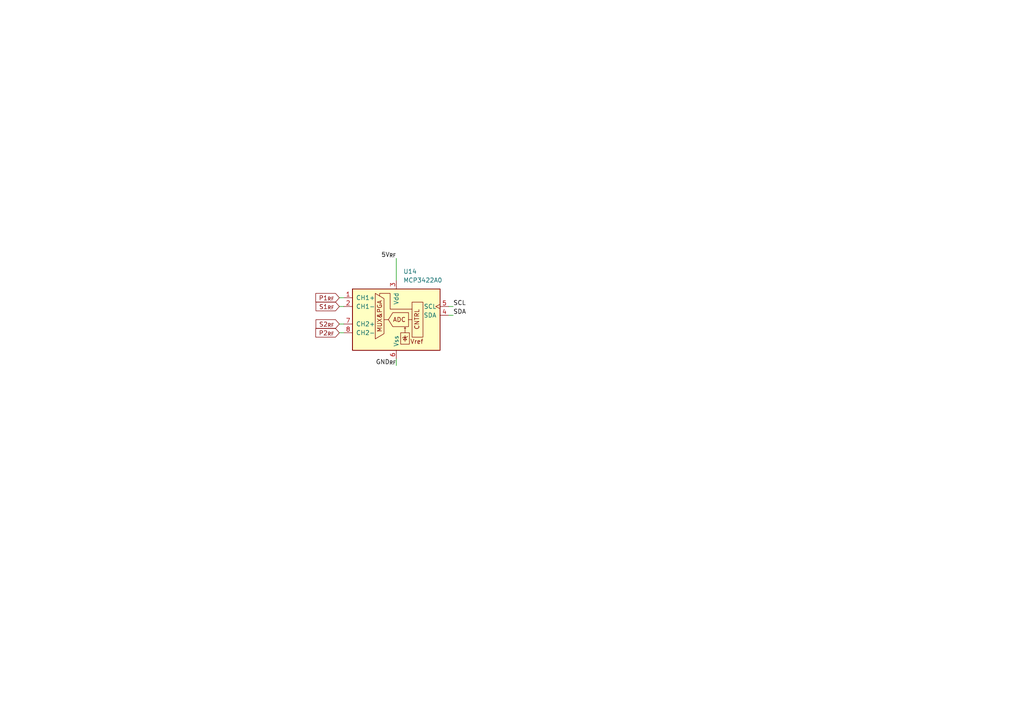
<source format=kicad_sch>
(kicad_sch (version 20211123) (generator eeschema)
  (paper "A4")
  (lib_symbols
    (symbol "Analog_ADC:MCP3422" (pin_names (offset 1.016))
      (property "Reference" "U" (at -2.54 11.43 0))
      (property "Value" "MCP3422" (at -2.54 8.89 0))
      (symbol "MCP3422_0_0"
        (polyline (pts (xy -6.096 6.35) (xy -3.556 4.826) (xy -3.556 -5.334) (xy -6.096 -6.858) (xy -6.096 6.35)))
        (polyline (pts (xy 4.572 1.778) (xy -1.778 1.778) (xy -1.778 6.35) (xy -4.826 6.35) (xy -4.826 5.588)))
        (polyline (pts (xy 3.556 0.762) (xy 3.556 -3.302) (xy -1.016 -3.302) (xy -2.286 -1.27) (xy -1.016 0.762) (xy 3.556 0.762)))
        (text "ADC" (at 0.889 -1.27 0) (effects (font (size 1.27 1.27))))
        (text "CNTRL" (at 6.731 -4.191 900) (effects (font (size 1.27 1.27)) (justify left bottom)))
        (text "MUX&PGA" (at -4.826 -0.254 900) (effects (font (size 1.27 1.27))))
        (text "Vref" (at 5.969 -7.62 0) (effects (font (size 1.27 1.27))))
      )
      (symbol "MCP3422_0_1"
        (polyline (pts (xy -3.556 -1.27) (xy -2.286 -1.27)))
        (polyline (pts (xy 2.032 -6.35) (xy 1.778 -6.604)))
        (polyline (pts (xy 2.54 -5.842) (xy 2.54 -7.62)))
        (polyline (pts (xy 2.54 -3.556) (xy 2.794 -3.81)))
        (polyline (pts (xy 3.556 -1.27) (xy 4.572 -1.27)))
        (polyline (pts (xy 2.032 -6.35) (xy 3.048 -6.35) (xy 3.302 -6.096)))
        (polyline (pts (xy 2.54 -5.08) (xy 2.54 -3.556) (xy 2.286 -3.81)))
        (polyline (pts (xy 2.54 -6.35) (xy 2.032 -7.112) (xy 3.048 -7.112) (xy 2.54 -6.35)))
        (rectangle (start 1.27 -5.08) (end 3.81 -8.382))
        (rectangle (start 4.572 -6.35) (end 7.747 3.81))
        (rectangle (start 12.7 7.62) (end -12.7 -10.16) (stroke (width 0.254)) (fill (type background)))
      )
      (symbol "MCP3422_1_1"
        (pin input line (at -15.24 5.08 0) (length 2.54) (name "CH1+") (number "1"))
        (pin input line (at -15.24 2.54 0) (length 2.54) (name "CH1-") (number "2"))
        (pin power_in line (at 0 10.16 270) (length 2.54) (name "Vdd") (number "3"))
        (pin bidirectional line (at 15.24 0 180) (length 2.54) (name "SDA") (number "4"))
        (pin input clock (at 15.24 2.54 180) (length 2.54) (name "SCL") (number "5"))
        (pin power_in line (at 0 -12.7 90) (length 2.54) (name "Vss") (number "6"))
        (pin input line (at -15.24 -2.54 0) (length 2.54) (name "CH2+") (number "7"))
        (pin input line (at -15.24 -5.08 0) (length 2.54) (name "CH2-") (number "8"))
      )
    )
  )
  (wire (pts (xy 131.445 88.9) (xy 130.175 88.9)))
  (wire (pts (xy 98.425 86.36) (xy 99.695 86.36)))
  (wire (pts (xy 98.425 96.52) (xy 99.695 96.52)))
  (wire (pts (xy 114.935 74.93) (xy 114.935 81.28)))
  (wire (pts (xy 98.425 88.9) (xy 99.695 88.9)))
  (wire (pts (xy 114.935 104.14) (xy 114.935 106.045)))
  (wire (pts (xy 98.425 93.98) (xy 99.695 93.98)))
  (wire (pts (xy 131.445 91.44) (xy 130.175 91.44)))
  (label "SCL" (at 131.445 88.9 0))
  (label "GND_{RF}" (at 114.935 106.045 180))
  (label "SDA" (at 131.445 91.44 0))
  (label "5V_{RF}" (at 114.935 74.93 180))
  (global_label "P1_{RF}" (shape input) (at 98.425 86.36 180) (property "Intersheet References" "${INTERSHEET_REFS}" (effects hide)))
  (global_label "P2_{RF}" (shape input) (at 98.425 96.52 180) (property "Intersheet References" "${INTERSHEET_REFS}" (effects hide)))
  (global_label "S2_{RF}" (shape input) (at 98.425 93.98 180) (property "Intersheet References" "${INTERSHEET_REFS}" (effects hide)))
  (global_label "S1_{RF}" (shape input) (at 98.425 88.9 180) (property "Intersheet References" "${INTERSHEET_REFS}" (effects hide)))
  (symbol (lib_id "Analog_ADC:MCP3422") (at 114.935 91.44 0) (unit 1) (on_board no)
    (property "Reference" "U14" (at 116.9544 78.74 0) (effects (justify left)))
    (property "Value" "MCP3422A0" (at 116.9544 81.28 0) (effects (justify left)))
    (property "Footprint" "Package_SO:MSOP-8_3x3mm_P0.65mm" (effects hide))
    (property "Datasheet" "http://ww1.microchip.com/downloads/en/DeviceDoc/22088c.pdf" (effects hide))
  )
)
</source>
